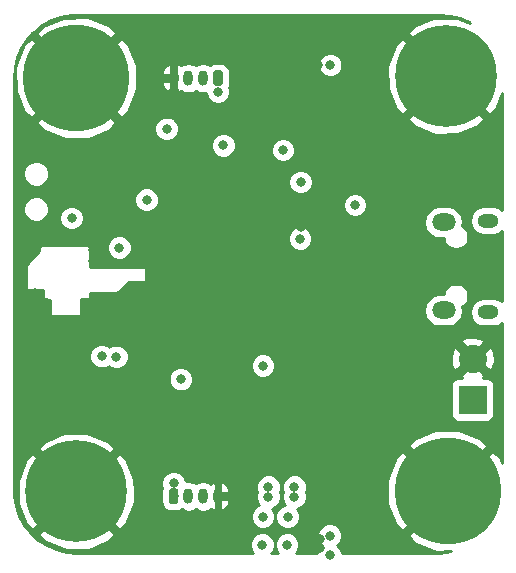
<source format=gbr>
G04 #@! TF.GenerationSoftware,KiCad,Pcbnew,(5.0.1)-4*
G04 #@! TF.CreationDate,2022-09-04T20:15:09+05:45*
G04 #@! TF.ProjectId,STM32_wiith_Buck_Converter,53544D33325F77696974685F4275636B,rev?*
G04 #@! TF.SameCoordinates,Original*
G04 #@! TF.FileFunction,Copper,L2,Inr,Plane*
G04 #@! TF.FilePolarity,Positive*
%FSLAX46Y46*%
G04 Gerber Fmt 4.6, Leading zero omitted, Abs format (unit mm)*
G04 Created by KiCad (PCBNEW (5.0.1)-4) date 04-Sep-22 8:15:09 PM*
%MOMM*%
%LPD*%
G01*
G04 APERTURE LIST*
G04 #@! TA.AperFunction,ViaPad*
%ADD10O,2.000000X1.450000*%
G04 #@! TD*
G04 #@! TA.AperFunction,ViaPad*
%ADD11O,1.800000X1.150000*%
G04 #@! TD*
G04 #@! TA.AperFunction,ViaPad*
%ADD12C,0.900000*%
G04 #@! TD*
G04 #@! TA.AperFunction,ViaPad*
%ADD13C,8.600000*%
G04 #@! TD*
G04 #@! TA.AperFunction,ViaPad*
%ADD14C,9.000000*%
G04 #@! TD*
G04 #@! TA.AperFunction,ViaPad*
%ADD15R,2.400000X2.400000*%
G04 #@! TD*
G04 #@! TA.AperFunction,ViaPad*
%ADD16C,2.400000*%
G04 #@! TD*
G04 #@! TA.AperFunction,Conductor*
%ADD17C,0.100000*%
G04 #@! TD*
G04 #@! TA.AperFunction,ViaPad*
%ADD18C,0.800000*%
G04 #@! TD*
G04 #@! TA.AperFunction,ViaPad*
%ADD19O,0.800000X1.300000*%
G04 #@! TD*
G04 #@! TA.AperFunction,Conductor*
%ADD20C,0.254000*%
G04 #@! TD*
G04 APERTURE END LIST*
D10*
G04 #@! TO.N,Net-(J5-Pad6)*
G04 #@! TO.C,J5*
X144100000Y-71675000D03*
X144100000Y-64225000D03*
D11*
X147900000Y-71825000D03*
X147900000Y-64075000D03*
G04 #@! TD*
D12*
G04 #@! TO.N,GND*
G04 #@! TO.C,H1*
X115280419Y-84719581D03*
X113000000Y-83775000D03*
X110719581Y-84719581D03*
X109775000Y-87000000D03*
X110719581Y-89280419D03*
X113000000Y-90225000D03*
X115280419Y-89280419D03*
X116225000Y-87000000D03*
D13*
X113000000Y-87000000D03*
G04 #@! TD*
D12*
G04 #@! TO.N,GND*
G04 #@! TO.C,H2*
X146580419Y-49569581D03*
X144300000Y-48625000D03*
X142019581Y-49569581D03*
X141075000Y-51850000D03*
X142019581Y-54130419D03*
X144300000Y-55075000D03*
X146580419Y-54130419D03*
X147525000Y-51850000D03*
D13*
X144300000Y-51850000D03*
G04 #@! TD*
D14*
G04 #@! TO.N,GND*
G04 #@! TO.C,H3*
X113000000Y-52000000D03*
D12*
X116375000Y-52000000D03*
X115386485Y-54386485D03*
X113000000Y-55375000D03*
X110613515Y-54386485D03*
X109625000Y-52000000D03*
X110613515Y-49613515D03*
X113000000Y-48625000D03*
X115386485Y-49613515D03*
G04 #@! TD*
G04 #@! TO.N,GND*
G04 #@! TO.C,H4*
X146836485Y-84563515D03*
X144450000Y-83575000D03*
X142063515Y-84563515D03*
X141075000Y-86950000D03*
X142063515Y-89336485D03*
X144450000Y-90325000D03*
X146836485Y-89336485D03*
X147825000Y-86950000D03*
D14*
X144450000Y-86950000D03*
G04 #@! TD*
D15*
G04 #@! TO.N,+12V*
G04 #@! TO.C,J2*
X146550000Y-79250000D03*
D16*
G04 #@! TO.N,GND*
X146550000Y-75750000D03*
G04 #@! TD*
D17*
G04 #@! TO.N,+3V3*
G04 #@! TO.C,J3*
G36*
X121469603Y-86750963D02*
X121489018Y-86753843D01*
X121508057Y-86758612D01*
X121526537Y-86765224D01*
X121544279Y-86773616D01*
X121561114Y-86783706D01*
X121576879Y-86795398D01*
X121591421Y-86808579D01*
X121604602Y-86823121D01*
X121616294Y-86838886D01*
X121626384Y-86855721D01*
X121634776Y-86873463D01*
X121641388Y-86891943D01*
X121646157Y-86910982D01*
X121649037Y-86930397D01*
X121650000Y-86950000D01*
X121650000Y-87850000D01*
X121649037Y-87869603D01*
X121646157Y-87889018D01*
X121641388Y-87908057D01*
X121634776Y-87926537D01*
X121626384Y-87944279D01*
X121616294Y-87961114D01*
X121604602Y-87976879D01*
X121591421Y-87991421D01*
X121576879Y-88004602D01*
X121561114Y-88016294D01*
X121544279Y-88026384D01*
X121526537Y-88034776D01*
X121508057Y-88041388D01*
X121489018Y-88046157D01*
X121469603Y-88049037D01*
X121450000Y-88050000D01*
X121050000Y-88050000D01*
X121030397Y-88049037D01*
X121010982Y-88046157D01*
X120991943Y-88041388D01*
X120973463Y-88034776D01*
X120955721Y-88026384D01*
X120938886Y-88016294D01*
X120923121Y-88004602D01*
X120908579Y-87991421D01*
X120895398Y-87976879D01*
X120883706Y-87961114D01*
X120873616Y-87944279D01*
X120865224Y-87926537D01*
X120858612Y-87908057D01*
X120853843Y-87889018D01*
X120850963Y-87869603D01*
X120850000Y-87850000D01*
X120850000Y-86950000D01*
X120850963Y-86930397D01*
X120853843Y-86910982D01*
X120858612Y-86891943D01*
X120865224Y-86873463D01*
X120873616Y-86855721D01*
X120883706Y-86838886D01*
X120895398Y-86823121D01*
X120908579Y-86808579D01*
X120923121Y-86795398D01*
X120938886Y-86783706D01*
X120955721Y-86773616D01*
X120973463Y-86765224D01*
X120991943Y-86758612D01*
X121010982Y-86753843D01*
X121030397Y-86750963D01*
X121050000Y-86750000D01*
X121450000Y-86750000D01*
X121469603Y-86750963D01*
X121469603Y-86750963D01*
G37*
D18*
X121250000Y-87400000D03*
D19*
G04 #@! TO.N,UART3_TX*
X122500000Y-87400000D03*
G04 #@! TO.N,UART3_RX*
X123750000Y-87400000D03*
G04 #@! TO.N,GND*
X125000000Y-87400000D03*
G04 #@! TD*
G04 #@! TO.N,GND*
G04 #@! TO.C,J4*
X121250000Y-52000000D03*
G04 #@! TO.N,I2C1_SDA*
X122500000Y-52000000D03*
G04 #@! TO.N,I2C1_SCL*
X123750000Y-52000000D03*
D17*
G04 #@! TO.N,+3V3*
G36*
X125219603Y-51350963D02*
X125239018Y-51353843D01*
X125258057Y-51358612D01*
X125276537Y-51365224D01*
X125294279Y-51373616D01*
X125311114Y-51383706D01*
X125326879Y-51395398D01*
X125341421Y-51408579D01*
X125354602Y-51423121D01*
X125366294Y-51438886D01*
X125376384Y-51455721D01*
X125384776Y-51473463D01*
X125391388Y-51491943D01*
X125396157Y-51510982D01*
X125399037Y-51530397D01*
X125400000Y-51550000D01*
X125400000Y-52450000D01*
X125399037Y-52469603D01*
X125396157Y-52489018D01*
X125391388Y-52508057D01*
X125384776Y-52526537D01*
X125376384Y-52544279D01*
X125366294Y-52561114D01*
X125354602Y-52576879D01*
X125341421Y-52591421D01*
X125326879Y-52604602D01*
X125311114Y-52616294D01*
X125294279Y-52626384D01*
X125276537Y-52634776D01*
X125258057Y-52641388D01*
X125239018Y-52646157D01*
X125219603Y-52649037D01*
X125200000Y-52650000D01*
X124800000Y-52650000D01*
X124780397Y-52649037D01*
X124760982Y-52646157D01*
X124741943Y-52641388D01*
X124723463Y-52634776D01*
X124705721Y-52626384D01*
X124688886Y-52616294D01*
X124673121Y-52604602D01*
X124658579Y-52591421D01*
X124645398Y-52576879D01*
X124633706Y-52561114D01*
X124623616Y-52544279D01*
X124615224Y-52526537D01*
X124608612Y-52508057D01*
X124603843Y-52489018D01*
X124600963Y-52469603D01*
X124600000Y-52450000D01*
X124600000Y-51550000D01*
X124600963Y-51530397D01*
X124603843Y-51510982D01*
X124608612Y-51491943D01*
X124615224Y-51473463D01*
X124623616Y-51455721D01*
X124633706Y-51438886D01*
X124645398Y-51423121D01*
X124658579Y-51408579D01*
X124673121Y-51395398D01*
X124688886Y-51383706D01*
X124705721Y-51373616D01*
X124723463Y-51365224D01*
X124741943Y-51358612D01*
X124760982Y-51353843D01*
X124780397Y-51350963D01*
X124800000Y-51350000D01*
X125200000Y-51350000D01*
X125219603Y-51350963D01*
X125219603Y-51350963D01*
G37*
D18*
X125000000Y-52000000D03*
G04 #@! TD*
G04 #@! TO.N,GND*
X121300000Y-53000000D03*
G04 #@! TO.N,+3V3*
X125450000Y-57700000D03*
G04 #@! TO.N,GND*
X130500000Y-50900000D03*
X132500000Y-50900000D03*
X133500000Y-50900000D03*
X132000000Y-64600000D03*
X140100000Y-77100000D03*
X140100000Y-76100000D03*
X144500000Y-74600000D03*
X144500000Y-75400000D03*
X144500000Y-76200000D03*
X144500000Y-77000000D03*
X138100000Y-82600000D03*
X137000000Y-81600000D03*
X134700000Y-89100000D03*
X133700000Y-88800000D03*
X133700000Y-89600000D03*
X133600000Y-91000000D03*
X133600000Y-91800000D03*
X125000000Y-86200000D03*
X112600000Y-78900000D03*
X110400000Y-71400000D03*
X109500000Y-70200000D03*
X113500000Y-61100000D03*
X114700000Y-61100000D03*
X116400000Y-63600000D03*
X112600000Y-58900000D03*
X115100000Y-71400000D03*
X113100000Y-73900000D03*
X113100000Y-74800000D03*
X119400000Y-77500000D03*
X114400000Y-66600000D03*
X114400000Y-67500000D03*
X128500000Y-79100000D03*
X130500000Y-77100000D03*
X141100000Y-62800000D03*
X143100000Y-66500000D03*
X141000000Y-68100000D03*
X120700000Y-61600000D03*
X130500000Y-78300000D03*
X131500000Y-78700000D03*
X131500000Y-79500000D03*
X129300000Y-79100000D03*
X134400000Y-65400000D03*
X138400000Y-87600000D03*
X139300000Y-76100000D03*
X143000000Y-65600000D03*
X142200000Y-65600000D03*
G04 #@! TO.N,+3V3*
X120650000Y-56300000D03*
X118950000Y-62300000D03*
X112600000Y-63850000D03*
X115150000Y-75550000D03*
X121850000Y-77500000D03*
X128800000Y-76350000D03*
X134500000Y-50900000D03*
X125000000Y-53150000D03*
X121250000Y-86300000D03*
X116650000Y-66350000D03*
X116400000Y-75600000D03*
X131950000Y-65600000D03*
X136600000Y-62750000D03*
X129275000Y-87450000D03*
X131475000Y-87450000D03*
X128800000Y-89150000D03*
X130900000Y-89150000D03*
X128750000Y-91500000D03*
X130850000Y-91500000D03*
X134450000Y-92350000D03*
X134450000Y-90750000D03*
X129275000Y-86600000D03*
X131475000Y-86600000D03*
G04 #@! TO.N,NRST*
X132000000Y-60800000D03*
X130500000Y-58100000D03*
G04 #@! TD*
D20*
G04 #@! TO.N,GND*
G36*
X144613608Y-46733397D02*
X145454010Y-46944491D01*
X146248664Y-47290017D01*
X146344154Y-47351792D01*
X145207436Y-46900820D01*
X143244392Y-46930293D01*
X141567669Y-47624814D01*
X141052768Y-48216688D01*
X141538542Y-48702462D01*
X141527856Y-48759658D01*
X142019581Y-49251383D01*
X142053522Y-49217442D01*
X142371720Y-49535640D01*
X142337779Y-49569581D01*
X142829504Y-50061306D01*
X142886700Y-50050620D01*
X144300000Y-51463920D01*
X144314143Y-51449778D01*
X144700223Y-51835858D01*
X144686080Y-51850000D01*
X146099380Y-53263300D01*
X146088694Y-53320496D01*
X146580419Y-53812221D01*
X146614360Y-53778280D01*
X146932558Y-54096478D01*
X146898617Y-54130419D01*
X147390342Y-54622144D01*
X147447538Y-54611458D01*
X147933312Y-55097232D01*
X148525186Y-54582331D01*
X149040000Y-53284694D01*
X149040000Y-63164312D01*
X148697118Y-62935205D01*
X148344173Y-62865000D01*
X147455827Y-62865000D01*
X147102882Y-62935205D01*
X146702639Y-63202639D01*
X146435205Y-63602882D01*
X146341295Y-64075000D01*
X146435205Y-64547118D01*
X146702639Y-64947361D01*
X147102882Y-65214795D01*
X147455827Y-65285000D01*
X148344173Y-65285000D01*
X148697118Y-65214795D01*
X149040000Y-64985688D01*
X149040001Y-70914312D01*
X148697118Y-70685205D01*
X148344173Y-70615000D01*
X147455827Y-70615000D01*
X147102882Y-70685205D01*
X146702639Y-70952639D01*
X146435205Y-71352882D01*
X146341295Y-71825000D01*
X146435205Y-72297118D01*
X146702639Y-72697361D01*
X147102882Y-72964795D01*
X147455827Y-73035000D01*
X148344173Y-73035000D01*
X148697118Y-72964795D01*
X149040001Y-72735688D01*
X149040001Y-84579535D01*
X148840393Y-84097639D01*
X148227722Y-83558358D01*
X147703604Y-84082476D01*
X147646408Y-84071790D01*
X147154683Y-84563515D01*
X147188624Y-84597456D01*
X146870426Y-84915654D01*
X146836485Y-84881713D01*
X146344760Y-85373438D01*
X146355446Y-85430634D01*
X144836080Y-86950000D01*
X144850223Y-86964143D01*
X144464143Y-87350223D01*
X144450000Y-87336080D01*
X142930634Y-88855446D01*
X142873438Y-88844760D01*
X142381713Y-89336485D01*
X142415654Y-89370426D01*
X142097456Y-89688624D01*
X142063515Y-89654683D01*
X141571790Y-90146408D01*
X141582476Y-90203604D01*
X141058358Y-90727722D01*
X141597639Y-91340393D01*
X143494892Y-92097746D01*
X144708183Y-92082097D01*
X144235344Y-92166323D01*
X143733265Y-92190000D01*
X135485000Y-92190000D01*
X135485000Y-92144126D01*
X135327431Y-91763720D01*
X135113711Y-91550000D01*
X135327431Y-91336280D01*
X135485000Y-90955874D01*
X135485000Y-90544126D01*
X135327431Y-90163720D01*
X135036280Y-89872569D01*
X134655874Y-89715000D01*
X134244126Y-89715000D01*
X133863720Y-89872569D01*
X133572569Y-90163720D01*
X133415000Y-90544126D01*
X133415000Y-90955874D01*
X133572569Y-91336280D01*
X133786289Y-91550000D01*
X133572569Y-91763720D01*
X133415000Y-92144126D01*
X133415000Y-92190000D01*
X131623711Y-92190000D01*
X131727431Y-92086280D01*
X131885000Y-91705874D01*
X131885000Y-91294126D01*
X131727431Y-90913720D01*
X131436280Y-90622569D01*
X131055874Y-90465000D01*
X130644126Y-90465000D01*
X130263720Y-90622569D01*
X129972569Y-90913720D01*
X129815000Y-91294126D01*
X129815000Y-91705874D01*
X129972569Y-92086280D01*
X130076289Y-92190000D01*
X129523711Y-92190000D01*
X129627431Y-92086280D01*
X129785000Y-91705874D01*
X129785000Y-91294126D01*
X129627431Y-90913720D01*
X129336280Y-90622569D01*
X128955874Y-90465000D01*
X128544126Y-90465000D01*
X128163720Y-90622569D01*
X127872569Y-90913720D01*
X127715000Y-91294126D01*
X127715000Y-91705874D01*
X127872569Y-92086280D01*
X127976289Y-92190000D01*
X113029142Y-92190000D01*
X112136394Y-92116603D01*
X111295990Y-91905509D01*
X110501336Y-91559983D01*
X109773794Y-91089315D01*
X109272655Y-90633312D01*
X109752768Y-90633312D01*
X110267669Y-91225186D01*
X112092564Y-91949180D01*
X114055608Y-91919707D01*
X115732331Y-91225186D01*
X116247232Y-90633312D01*
X115761458Y-90147538D01*
X115772144Y-90090342D01*
X115280419Y-89598617D01*
X115246478Y-89632558D01*
X114928280Y-89314360D01*
X114962221Y-89280419D01*
X114470496Y-88788694D01*
X114413300Y-88799380D01*
X113000000Y-87386080D01*
X111586700Y-88799380D01*
X111529504Y-88788694D01*
X111037779Y-89280419D01*
X111071720Y-89314360D01*
X110753522Y-89632558D01*
X110719581Y-89598617D01*
X110227856Y-90090342D01*
X110238542Y-90147538D01*
X109752768Y-90633312D01*
X109272655Y-90633312D01*
X109132890Y-90506136D01*
X108595841Y-89826115D01*
X108177068Y-89067507D01*
X107887819Y-88250692D01*
X107733677Y-87385344D01*
X107710000Y-86883265D01*
X107710000Y-86092564D01*
X108050820Y-86092564D01*
X108080293Y-88055608D01*
X108774814Y-89732331D01*
X109366688Y-90247232D01*
X109852462Y-89761458D01*
X109909658Y-89772144D01*
X110401383Y-89280419D01*
X110367442Y-89246478D01*
X110685640Y-88928280D01*
X110719581Y-88962221D01*
X111211306Y-88470496D01*
X111200620Y-88413300D01*
X112613920Y-87000000D01*
X113386080Y-87000000D01*
X114799380Y-88413300D01*
X114788694Y-88470496D01*
X115280419Y-88962221D01*
X115314360Y-88928280D01*
X115632558Y-89246478D01*
X115598617Y-89280419D01*
X116090342Y-89772144D01*
X116147538Y-89761458D01*
X116633312Y-90247232D01*
X117225186Y-89732331D01*
X117537892Y-88944126D01*
X127765000Y-88944126D01*
X127765000Y-89355874D01*
X127922569Y-89736280D01*
X128213720Y-90027431D01*
X128594126Y-90185000D01*
X129005874Y-90185000D01*
X129386280Y-90027431D01*
X129677431Y-89736280D01*
X129835000Y-89355874D01*
X129835000Y-88944126D01*
X129865000Y-88944126D01*
X129865000Y-89355874D01*
X130022569Y-89736280D01*
X130313720Y-90027431D01*
X130694126Y-90185000D01*
X131105874Y-90185000D01*
X131486280Y-90027431D01*
X131777431Y-89736280D01*
X131935000Y-89355874D01*
X131935000Y-88944126D01*
X131777431Y-88563720D01*
X131693487Y-88479776D01*
X132061280Y-88327431D01*
X132352431Y-88036280D01*
X132510000Y-87655874D01*
X132510000Y-87244126D01*
X132419235Y-87025000D01*
X132510000Y-86805874D01*
X132510000Y-86394126D01*
X132352431Y-86013720D01*
X132333603Y-85994892D01*
X139302254Y-85994892D01*
X139328600Y-88037553D01*
X140059607Y-89802361D01*
X140672278Y-90341642D01*
X141196396Y-89817524D01*
X141253592Y-89828210D01*
X141745317Y-89336485D01*
X141711376Y-89302544D01*
X142029574Y-88984346D01*
X142063515Y-89018287D01*
X142555240Y-88526562D01*
X142544554Y-88469366D01*
X144063920Y-86950000D01*
X142544554Y-85430634D01*
X142555240Y-85373438D01*
X142063515Y-84881713D01*
X142029574Y-84915654D01*
X141711376Y-84597456D01*
X141745317Y-84563515D01*
X141253592Y-84071790D01*
X141196396Y-84082476D01*
X140672278Y-83558358D01*
X140059607Y-84097639D01*
X139302254Y-85994892D01*
X132333603Y-85994892D01*
X132061280Y-85722569D01*
X131680874Y-85565000D01*
X131269126Y-85565000D01*
X130888720Y-85722569D01*
X130597569Y-86013720D01*
X130440000Y-86394126D01*
X130440000Y-86805874D01*
X130530765Y-87025000D01*
X130440000Y-87244126D01*
X130440000Y-87655874D01*
X130597569Y-88036280D01*
X130681513Y-88120224D01*
X130313720Y-88272569D01*
X130022569Y-88563720D01*
X129865000Y-88944126D01*
X129835000Y-88944126D01*
X129677431Y-88563720D01*
X129564197Y-88450486D01*
X129861280Y-88327431D01*
X130152431Y-88036280D01*
X130310000Y-87655874D01*
X130310000Y-87244126D01*
X130219235Y-87025000D01*
X130310000Y-86805874D01*
X130310000Y-86394126D01*
X130152431Y-86013720D01*
X129861280Y-85722569D01*
X129480874Y-85565000D01*
X129069126Y-85565000D01*
X128688720Y-85722569D01*
X128397569Y-86013720D01*
X128240000Y-86394126D01*
X128240000Y-86805874D01*
X128330765Y-87025000D01*
X128240000Y-87244126D01*
X128240000Y-87655874D01*
X128397569Y-88036280D01*
X128510803Y-88149514D01*
X128213720Y-88272569D01*
X127922569Y-88563720D01*
X127765000Y-88944126D01*
X117537892Y-88944126D01*
X117949180Y-87907436D01*
X117934806Y-86950000D01*
X120202560Y-86950000D01*
X120202560Y-87850000D01*
X120267068Y-88174301D01*
X120450769Y-88449231D01*
X120725699Y-88632932D01*
X121050000Y-88697440D01*
X121450000Y-88697440D01*
X121774301Y-88632932D01*
X121941208Y-88521409D01*
X122096164Y-88624948D01*
X122500000Y-88705276D01*
X122903837Y-88624948D01*
X123125001Y-88477171D01*
X123346164Y-88624948D01*
X123750000Y-88705276D01*
X124153837Y-88624948D01*
X124385036Y-88470465D01*
X124412034Y-88498396D01*
X124643604Y-88621703D01*
X124800000Y-88503120D01*
X124800000Y-87673000D01*
X125200000Y-87673000D01*
X125200000Y-88503120D01*
X125356396Y-88621703D01*
X125587966Y-88498396D01*
X125867877Y-88208811D01*
X126015662Y-87834152D01*
X125873215Y-87673000D01*
X125200000Y-87673000D01*
X124800000Y-87673000D01*
X124785000Y-87673000D01*
X124785000Y-87127000D01*
X124800000Y-87127000D01*
X124800000Y-86296880D01*
X125200000Y-86296880D01*
X125200000Y-87127000D01*
X125873215Y-87127000D01*
X126015662Y-86965848D01*
X125867877Y-86591189D01*
X125587966Y-86301604D01*
X125356396Y-86178297D01*
X125200000Y-86296880D01*
X124800000Y-86296880D01*
X124643604Y-86178297D01*
X124412034Y-86301604D01*
X124385036Y-86329535D01*
X124153836Y-86175052D01*
X123750000Y-86094724D01*
X123346163Y-86175052D01*
X123125000Y-86322829D01*
X122903836Y-86175052D01*
X122500000Y-86094724D01*
X122285000Y-86137490D01*
X122285000Y-86094126D01*
X122127431Y-85713720D01*
X121836280Y-85422569D01*
X121455874Y-85265000D01*
X121044126Y-85265000D01*
X120663720Y-85422569D01*
X120372569Y-85713720D01*
X120215000Y-86094126D01*
X120215000Y-86505874D01*
X120266278Y-86629670D01*
X120202560Y-86950000D01*
X117934806Y-86950000D01*
X117919707Y-85944392D01*
X117225186Y-84267669D01*
X116633312Y-83752768D01*
X116147538Y-84238542D01*
X116090342Y-84227856D01*
X115598617Y-84719581D01*
X115632558Y-84753522D01*
X115314360Y-85071720D01*
X115280419Y-85037779D01*
X114788694Y-85529504D01*
X114799380Y-85586700D01*
X113386080Y-87000000D01*
X112613920Y-87000000D01*
X111200620Y-85586700D01*
X111211306Y-85529504D01*
X110719581Y-85037779D01*
X110685640Y-85071720D01*
X110367442Y-84753522D01*
X110401383Y-84719581D01*
X109909658Y-84227856D01*
X109852462Y-84238542D01*
X109366688Y-83752768D01*
X108774814Y-84267669D01*
X108050820Y-86092564D01*
X107710000Y-86092564D01*
X107710000Y-83366688D01*
X109752768Y-83366688D01*
X110238542Y-83852462D01*
X110227856Y-83909658D01*
X110719581Y-84401383D01*
X110753522Y-84367442D01*
X111071720Y-84685640D01*
X111037779Y-84719581D01*
X111529504Y-85211306D01*
X111586700Y-85200620D01*
X113000000Y-86613920D01*
X114413300Y-85200620D01*
X114470496Y-85211306D01*
X114962221Y-84719581D01*
X114928280Y-84685640D01*
X115246478Y-84367442D01*
X115280419Y-84401383D01*
X115772144Y-83909658D01*
X115761458Y-83852462D01*
X116247232Y-83366688D01*
X116078105Y-83172278D01*
X141058358Y-83172278D01*
X141582476Y-83696396D01*
X141571790Y-83753592D01*
X142063515Y-84245317D01*
X142097456Y-84211376D01*
X142415654Y-84529574D01*
X142381713Y-84563515D01*
X142873438Y-85055240D01*
X142930634Y-85044554D01*
X144450000Y-86563920D01*
X145969366Y-85044554D01*
X146026562Y-85055240D01*
X146518287Y-84563515D01*
X146484346Y-84529574D01*
X146802544Y-84211376D01*
X146836485Y-84245317D01*
X147328210Y-83753592D01*
X147317524Y-83696396D01*
X147841642Y-83172278D01*
X147302361Y-82559607D01*
X145405108Y-81802254D01*
X143362447Y-81828600D01*
X141597639Y-82559607D01*
X141058358Y-83172278D01*
X116078105Y-83172278D01*
X115732331Y-82774814D01*
X113907436Y-82050820D01*
X111944392Y-82080293D01*
X110267669Y-82774814D01*
X109752768Y-83366688D01*
X107710000Y-83366688D01*
X107710000Y-77294126D01*
X120815000Y-77294126D01*
X120815000Y-77705874D01*
X120972569Y-78086280D01*
X121263720Y-78377431D01*
X121644126Y-78535000D01*
X122055874Y-78535000D01*
X122436280Y-78377431D01*
X122727431Y-78086280D01*
X122742458Y-78050000D01*
X144702560Y-78050000D01*
X144702560Y-80450000D01*
X144751843Y-80697765D01*
X144892191Y-80907809D01*
X145102235Y-81048157D01*
X145350000Y-81097440D01*
X147750000Y-81097440D01*
X147997765Y-81048157D01*
X148207809Y-80907809D01*
X148348157Y-80697765D01*
X148397440Y-80450000D01*
X148397440Y-78050000D01*
X148348157Y-77802235D01*
X148207809Y-77592191D01*
X147997765Y-77451843D01*
X147750000Y-77402560D01*
X147419758Y-77402560D01*
X147552180Y-77138260D01*
X146550000Y-76136080D01*
X145547820Y-77138260D01*
X145680242Y-77402560D01*
X145350000Y-77402560D01*
X145102235Y-77451843D01*
X144892191Y-77592191D01*
X144751843Y-77802235D01*
X144702560Y-78050000D01*
X122742458Y-78050000D01*
X122885000Y-77705874D01*
X122885000Y-77294126D01*
X122727431Y-76913720D01*
X122436280Y-76622569D01*
X122055874Y-76465000D01*
X121644126Y-76465000D01*
X121263720Y-76622569D01*
X120972569Y-76913720D01*
X120815000Y-77294126D01*
X107710000Y-77294126D01*
X107710000Y-75344126D01*
X114115000Y-75344126D01*
X114115000Y-75755874D01*
X114272569Y-76136280D01*
X114563720Y-76427431D01*
X114944126Y-76585000D01*
X115355874Y-76585000D01*
X115736280Y-76427431D01*
X115750000Y-76413711D01*
X115813720Y-76477431D01*
X116194126Y-76635000D01*
X116605874Y-76635000D01*
X116986280Y-76477431D01*
X117277431Y-76186280D01*
X117294891Y-76144126D01*
X127765000Y-76144126D01*
X127765000Y-76555874D01*
X127922569Y-76936280D01*
X128213720Y-77227431D01*
X128594126Y-77385000D01*
X129005874Y-77385000D01*
X129386280Y-77227431D01*
X129677431Y-76936280D01*
X129835000Y-76555874D01*
X129835000Y-76144126D01*
X129677431Y-75763720D01*
X129497078Y-75583367D01*
X144686486Y-75583367D01*
X144764570Y-76309187D01*
X144892105Y-76617085D01*
X145161740Y-76752180D01*
X146163920Y-75750000D01*
X146936080Y-75750000D01*
X147938260Y-76752180D01*
X148207895Y-76617085D01*
X148413514Y-75916633D01*
X148335430Y-75190813D01*
X148207895Y-74882915D01*
X147938260Y-74747820D01*
X146936080Y-75750000D01*
X146163920Y-75750000D01*
X145161740Y-74747820D01*
X144892105Y-74882915D01*
X144686486Y-75583367D01*
X129497078Y-75583367D01*
X129386280Y-75472569D01*
X129005874Y-75315000D01*
X128594126Y-75315000D01*
X128213720Y-75472569D01*
X127922569Y-75763720D01*
X127765000Y-76144126D01*
X117294891Y-76144126D01*
X117435000Y-75805874D01*
X117435000Y-75394126D01*
X117277431Y-75013720D01*
X116986280Y-74722569D01*
X116605874Y-74565000D01*
X116194126Y-74565000D01*
X115813720Y-74722569D01*
X115800000Y-74736289D01*
X115736280Y-74672569D01*
X115355874Y-74515000D01*
X114944126Y-74515000D01*
X114563720Y-74672569D01*
X114272569Y-74963720D01*
X114115000Y-75344126D01*
X107710000Y-75344126D01*
X107710000Y-74361740D01*
X145547820Y-74361740D01*
X146550000Y-75363920D01*
X147552180Y-74361740D01*
X147417085Y-74092105D01*
X146716633Y-73886486D01*
X145990813Y-73964570D01*
X145682915Y-74092105D01*
X145547820Y-74361740D01*
X107710000Y-74361740D01*
X107710000Y-67800000D01*
X108773000Y-67800000D01*
X108773000Y-69800000D01*
X108782667Y-69848601D01*
X108810197Y-69889803D01*
X108851399Y-69917333D01*
X108900000Y-69927000D01*
X110173000Y-69927000D01*
X110173000Y-70600000D01*
X110176274Y-70628650D01*
X110196656Y-70673817D01*
X110232771Y-70707746D01*
X110279121Y-70725272D01*
X110773000Y-70807585D01*
X110773000Y-72000000D01*
X110782667Y-72048601D01*
X110810197Y-72089803D01*
X110851399Y-72117333D01*
X110900000Y-72127000D01*
X113300000Y-72127000D01*
X113348601Y-72117333D01*
X113389803Y-72089803D01*
X113417333Y-72048601D01*
X113427000Y-72000000D01*
X113427000Y-71675000D01*
X142438357Y-71675000D01*
X142543909Y-72205645D01*
X142844495Y-72655505D01*
X143294355Y-72956091D01*
X143691057Y-73035000D01*
X144508943Y-73035000D01*
X144905645Y-72956091D01*
X145355505Y-72655505D01*
X145656091Y-72205645D01*
X145761643Y-71675000D01*
X145693361Y-71331721D01*
X145896193Y-71196193D01*
X146124948Y-70853837D01*
X146205276Y-70450000D01*
X146124948Y-70046163D01*
X145896193Y-69703807D01*
X145553837Y-69475052D01*
X145251935Y-69415000D01*
X145048065Y-69415000D01*
X144746163Y-69475052D01*
X144403807Y-69703807D01*
X144175052Y-70046163D01*
X144121577Y-70315000D01*
X143691057Y-70315000D01*
X143294355Y-70393909D01*
X142844495Y-70694495D01*
X142543909Y-71144355D01*
X142438357Y-71675000D01*
X113427000Y-71675000D01*
X113427000Y-70727000D01*
X114000000Y-70727000D01*
X114048601Y-70717333D01*
X114089803Y-70689803D01*
X114117333Y-70648601D01*
X114127000Y-70600000D01*
X114127000Y-70227000D01*
X116400000Y-70227000D01*
X116448601Y-70217333D01*
X116489803Y-70189803D01*
X117452606Y-69227000D01*
X118800000Y-69227000D01*
X118848601Y-69217333D01*
X118889803Y-69189803D01*
X118917333Y-69148601D01*
X118927000Y-69100000D01*
X118927000Y-68100000D01*
X118917333Y-68051399D01*
X118889803Y-68010197D01*
X118848601Y-67982667D01*
X118800000Y-67973000D01*
X114127000Y-67973000D01*
X114127000Y-66300000D01*
X114117333Y-66251399D01*
X114089803Y-66210197D01*
X114048601Y-66182667D01*
X114000000Y-66173000D01*
X110000000Y-66173000D01*
X109951399Y-66182667D01*
X109910197Y-66210197D01*
X109882667Y-66251399D01*
X109873000Y-66300000D01*
X109873000Y-66647394D01*
X108810197Y-67710197D01*
X108782667Y-67751399D01*
X108773000Y-67800000D01*
X107710000Y-67800000D01*
X107710000Y-66144126D01*
X115615000Y-66144126D01*
X115615000Y-66555874D01*
X115772569Y-66936280D01*
X116063720Y-67227431D01*
X116444126Y-67385000D01*
X116855874Y-67385000D01*
X117236280Y-67227431D01*
X117527431Y-66936280D01*
X117685000Y-66555874D01*
X117685000Y-66144126D01*
X117527431Y-65763720D01*
X117236280Y-65472569D01*
X117046902Y-65394126D01*
X130915000Y-65394126D01*
X130915000Y-65805874D01*
X131072569Y-66186280D01*
X131363720Y-66477431D01*
X131744126Y-66635000D01*
X132155874Y-66635000D01*
X132536280Y-66477431D01*
X132827431Y-66186280D01*
X132985000Y-65805874D01*
X132985000Y-65394126D01*
X132827431Y-65013720D01*
X132536280Y-64722569D01*
X132155874Y-64565000D01*
X131744126Y-64565000D01*
X131363720Y-64722569D01*
X131072569Y-65013720D01*
X130915000Y-65394126D01*
X117046902Y-65394126D01*
X116855874Y-65315000D01*
X116444126Y-65315000D01*
X116063720Y-65472569D01*
X115772569Y-65763720D01*
X115615000Y-66144126D01*
X107710000Y-66144126D01*
X107710000Y-62884180D01*
X108515000Y-62884180D01*
X108515000Y-63315820D01*
X108680182Y-63714603D01*
X108985397Y-64019818D01*
X109384180Y-64185000D01*
X109815820Y-64185000D01*
X110214603Y-64019818D01*
X110519818Y-63714603D01*
X110549010Y-63644126D01*
X111565000Y-63644126D01*
X111565000Y-64055874D01*
X111722569Y-64436280D01*
X112013720Y-64727431D01*
X112394126Y-64885000D01*
X112805874Y-64885000D01*
X113186280Y-64727431D01*
X113477431Y-64436280D01*
X113564945Y-64225000D01*
X142438357Y-64225000D01*
X142543909Y-64755645D01*
X142844495Y-65205505D01*
X143294355Y-65506091D01*
X143691057Y-65585000D01*
X144121577Y-65585000D01*
X144175052Y-65853837D01*
X144403807Y-66196193D01*
X144746163Y-66424948D01*
X145048065Y-66485000D01*
X145251935Y-66485000D01*
X145553837Y-66424948D01*
X145896193Y-66196193D01*
X146124948Y-65853837D01*
X146205276Y-65450000D01*
X146124948Y-65046163D01*
X145896193Y-64703807D01*
X145693361Y-64568279D01*
X145761643Y-64225000D01*
X145656091Y-63694355D01*
X145355505Y-63244495D01*
X144905645Y-62943909D01*
X144508943Y-62865000D01*
X143691057Y-62865000D01*
X143294355Y-62943909D01*
X142844495Y-63244495D01*
X142543909Y-63694355D01*
X142438357Y-64225000D01*
X113564945Y-64225000D01*
X113635000Y-64055874D01*
X113635000Y-63644126D01*
X113477431Y-63263720D01*
X113186280Y-62972569D01*
X112805874Y-62815000D01*
X112394126Y-62815000D01*
X112013720Y-62972569D01*
X111722569Y-63263720D01*
X111565000Y-63644126D01*
X110549010Y-63644126D01*
X110685000Y-63315820D01*
X110685000Y-62884180D01*
X110519818Y-62485397D01*
X110214603Y-62180182D01*
X110006847Y-62094126D01*
X117915000Y-62094126D01*
X117915000Y-62505874D01*
X118072569Y-62886280D01*
X118363720Y-63177431D01*
X118744126Y-63335000D01*
X119155874Y-63335000D01*
X119536280Y-63177431D01*
X119827431Y-62886280D01*
X119969155Y-62544126D01*
X135565000Y-62544126D01*
X135565000Y-62955874D01*
X135722569Y-63336280D01*
X136013720Y-63627431D01*
X136394126Y-63785000D01*
X136805874Y-63785000D01*
X137186280Y-63627431D01*
X137477431Y-63336280D01*
X137635000Y-62955874D01*
X137635000Y-62544126D01*
X137477431Y-62163720D01*
X137186280Y-61872569D01*
X136805874Y-61715000D01*
X136394126Y-61715000D01*
X136013720Y-61872569D01*
X135722569Y-62163720D01*
X135565000Y-62544126D01*
X119969155Y-62544126D01*
X119985000Y-62505874D01*
X119985000Y-62094126D01*
X119827431Y-61713720D01*
X119536280Y-61422569D01*
X119155874Y-61265000D01*
X118744126Y-61265000D01*
X118363720Y-61422569D01*
X118072569Y-61713720D01*
X117915000Y-62094126D01*
X110006847Y-62094126D01*
X109815820Y-62015000D01*
X109384180Y-62015000D01*
X108985397Y-62180182D01*
X108680182Y-62485397D01*
X108515000Y-62884180D01*
X107710000Y-62884180D01*
X107710000Y-59884180D01*
X108515000Y-59884180D01*
X108515000Y-60315820D01*
X108680182Y-60714603D01*
X108985397Y-61019818D01*
X109384180Y-61185000D01*
X109815820Y-61185000D01*
X110214603Y-61019818D01*
X110519818Y-60714603D01*
X110569721Y-60594126D01*
X130965000Y-60594126D01*
X130965000Y-61005874D01*
X131122569Y-61386280D01*
X131413720Y-61677431D01*
X131794126Y-61835000D01*
X132205874Y-61835000D01*
X132586280Y-61677431D01*
X132877431Y-61386280D01*
X133035000Y-61005874D01*
X133035000Y-60594126D01*
X132877431Y-60213720D01*
X132586280Y-59922569D01*
X132205874Y-59765000D01*
X131794126Y-59765000D01*
X131413720Y-59922569D01*
X131122569Y-60213720D01*
X130965000Y-60594126D01*
X110569721Y-60594126D01*
X110685000Y-60315820D01*
X110685000Y-59884180D01*
X110519818Y-59485397D01*
X110214603Y-59180182D01*
X109815820Y-59015000D01*
X109384180Y-59015000D01*
X108985397Y-59180182D01*
X108680182Y-59485397D01*
X108515000Y-59884180D01*
X107710000Y-59884180D01*
X107710000Y-57494126D01*
X124415000Y-57494126D01*
X124415000Y-57905874D01*
X124572569Y-58286280D01*
X124863720Y-58577431D01*
X125244126Y-58735000D01*
X125655874Y-58735000D01*
X126036280Y-58577431D01*
X126327431Y-58286280D01*
X126485000Y-57905874D01*
X126485000Y-57894126D01*
X129465000Y-57894126D01*
X129465000Y-58305874D01*
X129622569Y-58686280D01*
X129913720Y-58977431D01*
X130294126Y-59135000D01*
X130705874Y-59135000D01*
X131086280Y-58977431D01*
X131377431Y-58686280D01*
X131535000Y-58305874D01*
X131535000Y-57894126D01*
X131377431Y-57513720D01*
X131086280Y-57222569D01*
X130705874Y-57065000D01*
X130294126Y-57065000D01*
X129913720Y-57222569D01*
X129622569Y-57513720D01*
X129465000Y-57894126D01*
X126485000Y-57894126D01*
X126485000Y-57494126D01*
X126327431Y-57113720D01*
X126036280Y-56822569D01*
X125655874Y-56665000D01*
X125244126Y-56665000D01*
X124863720Y-56822569D01*
X124572569Y-57113720D01*
X124415000Y-57494126D01*
X107710000Y-57494126D01*
X107710000Y-55777722D01*
X109608358Y-55777722D01*
X110147639Y-56390393D01*
X112044892Y-57147746D01*
X114087553Y-57121400D01*
X115852361Y-56390393D01*
X116113139Y-56094126D01*
X119615000Y-56094126D01*
X119615000Y-56505874D01*
X119772569Y-56886280D01*
X120063720Y-57177431D01*
X120444126Y-57335000D01*
X120855874Y-57335000D01*
X121236280Y-57177431D01*
X121527431Y-56886280D01*
X121685000Y-56505874D01*
X121685000Y-56094126D01*
X121527431Y-55713720D01*
X121297023Y-55483312D01*
X141052768Y-55483312D01*
X141567669Y-56075186D01*
X143392564Y-56799180D01*
X145355608Y-56769707D01*
X147032331Y-56075186D01*
X147547232Y-55483312D01*
X147061458Y-54997538D01*
X147072144Y-54940342D01*
X146580419Y-54448617D01*
X146546478Y-54482558D01*
X146228280Y-54164360D01*
X146262221Y-54130419D01*
X145770496Y-53638694D01*
X145713300Y-53649380D01*
X144300000Y-52236080D01*
X142886700Y-53649380D01*
X142829504Y-53638694D01*
X142337779Y-54130419D01*
X142371720Y-54164360D01*
X142053522Y-54482558D01*
X142019581Y-54448617D01*
X141527856Y-54940342D01*
X141538542Y-54997538D01*
X141052768Y-55483312D01*
X121297023Y-55483312D01*
X121236280Y-55422569D01*
X120855874Y-55265000D01*
X120444126Y-55265000D01*
X120063720Y-55422569D01*
X119772569Y-55713720D01*
X119615000Y-56094126D01*
X116113139Y-56094126D01*
X116391642Y-55777722D01*
X115867524Y-55253604D01*
X115878210Y-55196408D01*
X115386485Y-54704683D01*
X115352544Y-54738624D01*
X115034346Y-54420426D01*
X115068287Y-54386485D01*
X114576562Y-53894760D01*
X114519366Y-53905446D01*
X113000000Y-52386080D01*
X111480634Y-53905446D01*
X111423438Y-53894760D01*
X110931713Y-54386485D01*
X110965654Y-54420426D01*
X110647456Y-54738624D01*
X110613515Y-54704683D01*
X110121790Y-55196408D01*
X110132476Y-55253604D01*
X109608358Y-55777722D01*
X107710000Y-55777722D01*
X107710000Y-51969010D01*
X107782575Y-51086258D01*
X107792965Y-51044892D01*
X107852254Y-51044892D01*
X107878600Y-53087553D01*
X108609607Y-54852361D01*
X109222278Y-55391642D01*
X109746396Y-54867524D01*
X109803592Y-54878210D01*
X110295317Y-54386485D01*
X110261376Y-54352544D01*
X110579574Y-54034346D01*
X110613515Y-54068287D01*
X111105240Y-53576562D01*
X111094554Y-53519366D01*
X112613920Y-52000000D01*
X113386080Y-52000000D01*
X114905446Y-53519366D01*
X114894760Y-53576562D01*
X115386485Y-54068287D01*
X115420426Y-54034346D01*
X115738624Y-54352544D01*
X115704683Y-54386485D01*
X116196408Y-54878210D01*
X116253604Y-54867524D01*
X116777722Y-55391642D01*
X117390393Y-54852361D01*
X118147746Y-52955108D01*
X118141027Y-52434152D01*
X120234338Y-52434152D01*
X120382123Y-52808811D01*
X120662034Y-53098396D01*
X120893604Y-53221703D01*
X121050000Y-53103120D01*
X121050000Y-52273000D01*
X120376785Y-52273000D01*
X120234338Y-52434152D01*
X118141027Y-52434152D01*
X118129828Y-51565848D01*
X120234338Y-51565848D01*
X120376785Y-51727000D01*
X121050000Y-51727000D01*
X121050000Y-50896880D01*
X121450000Y-50896880D01*
X121450000Y-51727000D01*
X121465000Y-51727000D01*
X121465000Y-52273000D01*
X121450000Y-52273000D01*
X121450000Y-53103120D01*
X121606396Y-53221703D01*
X121837966Y-53098396D01*
X121864964Y-53070465D01*
X122096163Y-53224948D01*
X122500000Y-53305276D01*
X122903836Y-53224948D01*
X123125000Y-53077171D01*
X123346163Y-53224948D01*
X123750000Y-53305276D01*
X123965000Y-53262510D01*
X123965000Y-53355874D01*
X124122569Y-53736280D01*
X124413720Y-54027431D01*
X124794126Y-54185000D01*
X125205874Y-54185000D01*
X125586280Y-54027431D01*
X125877431Y-53736280D01*
X126035000Y-53355874D01*
X126035000Y-52944126D01*
X125971650Y-52791186D01*
X125982932Y-52774301D01*
X126047440Y-52450000D01*
X126047440Y-51550000D01*
X125982932Y-51225699D01*
X125799231Y-50950769D01*
X125524301Y-50767068D01*
X125200000Y-50702560D01*
X124800000Y-50702560D01*
X124475699Y-50767068D01*
X124308793Y-50878590D01*
X124153837Y-50775052D01*
X123750000Y-50694724D01*
X123346164Y-50775052D01*
X123125001Y-50922829D01*
X122903837Y-50775052D01*
X122500000Y-50694724D01*
X122096164Y-50775052D01*
X121864964Y-50929535D01*
X121837966Y-50901604D01*
X121606396Y-50778297D01*
X121450000Y-50896880D01*
X121050000Y-50896880D01*
X120893604Y-50778297D01*
X120662034Y-50901604D01*
X120382123Y-51191189D01*
X120234338Y-51565848D01*
X118129828Y-51565848D01*
X118121400Y-50912447D01*
X118030969Y-50694126D01*
X133465000Y-50694126D01*
X133465000Y-51105874D01*
X133622569Y-51486280D01*
X133913720Y-51777431D01*
X134294126Y-51935000D01*
X134705874Y-51935000D01*
X135086280Y-51777431D01*
X135377431Y-51486280D01*
X135535000Y-51105874D01*
X135535000Y-50942564D01*
X139350820Y-50942564D01*
X139380293Y-52905608D01*
X140074814Y-54582331D01*
X140666688Y-55097232D01*
X141152462Y-54611458D01*
X141209658Y-54622144D01*
X141701383Y-54130419D01*
X141667442Y-54096478D01*
X141985640Y-53778280D01*
X142019581Y-53812221D01*
X142511306Y-53320496D01*
X142500620Y-53263300D01*
X143913920Y-51850000D01*
X142500620Y-50436700D01*
X142511306Y-50379504D01*
X142019581Y-49887779D01*
X141985640Y-49921720D01*
X141667442Y-49603522D01*
X141701383Y-49569581D01*
X141209658Y-49077856D01*
X141152462Y-49088542D01*
X140666688Y-48602768D01*
X140074814Y-49117669D01*
X139350820Y-50942564D01*
X135535000Y-50942564D01*
X135535000Y-50694126D01*
X135377431Y-50313720D01*
X135086280Y-50022569D01*
X134705874Y-49865000D01*
X134294126Y-49865000D01*
X133913720Y-50022569D01*
X133622569Y-50313720D01*
X133465000Y-50694126D01*
X118030969Y-50694126D01*
X117390393Y-49147639D01*
X116777722Y-48608358D01*
X116253604Y-49132476D01*
X116196408Y-49121790D01*
X115704683Y-49613515D01*
X115738624Y-49647456D01*
X115420426Y-49965654D01*
X115386485Y-49931713D01*
X114894760Y-50423438D01*
X114905446Y-50480634D01*
X113386080Y-52000000D01*
X112613920Y-52000000D01*
X111094554Y-50480634D01*
X111105240Y-50423438D01*
X110613515Y-49931713D01*
X110579574Y-49965654D01*
X110261376Y-49647456D01*
X110295317Y-49613515D01*
X109803592Y-49121790D01*
X109746396Y-49132476D01*
X109222278Y-48608358D01*
X108609607Y-49147639D01*
X107852254Y-51044892D01*
X107792965Y-51044892D01*
X107993704Y-50245720D01*
X108339283Y-49450943D01*
X108810025Y-48723286D01*
X109265908Y-48222278D01*
X109608358Y-48222278D01*
X110132476Y-48746396D01*
X110121790Y-48803592D01*
X110613515Y-49295317D01*
X110647456Y-49261376D01*
X110965654Y-49579574D01*
X110931713Y-49613515D01*
X111423438Y-50105240D01*
X111480634Y-50094554D01*
X113000000Y-51613920D01*
X114519366Y-50094554D01*
X114576562Y-50105240D01*
X115068287Y-49613515D01*
X115034346Y-49579574D01*
X115352544Y-49261376D01*
X115386485Y-49295317D01*
X115878210Y-48803592D01*
X115867524Y-48746396D01*
X116391642Y-48222278D01*
X115852361Y-47609607D01*
X113955108Y-46852254D01*
X111912447Y-46878600D01*
X110147639Y-47609607D01*
X109608358Y-48222278D01*
X109265908Y-48222278D01*
X109393296Y-48082281D01*
X110073420Y-47545151D01*
X110832152Y-47126308D01*
X111649093Y-46837014D01*
X112517505Y-46682327D01*
X112919684Y-46660000D01*
X143720858Y-46660000D01*
X144613608Y-46733397D01*
X144613608Y-46733397D01*
G37*
X144613608Y-46733397D02*
X145454010Y-46944491D01*
X146248664Y-47290017D01*
X146344154Y-47351792D01*
X145207436Y-46900820D01*
X143244392Y-46930293D01*
X141567669Y-47624814D01*
X141052768Y-48216688D01*
X141538542Y-48702462D01*
X141527856Y-48759658D01*
X142019581Y-49251383D01*
X142053522Y-49217442D01*
X142371720Y-49535640D01*
X142337779Y-49569581D01*
X142829504Y-50061306D01*
X142886700Y-50050620D01*
X144300000Y-51463920D01*
X144314143Y-51449778D01*
X144700223Y-51835858D01*
X144686080Y-51850000D01*
X146099380Y-53263300D01*
X146088694Y-53320496D01*
X146580419Y-53812221D01*
X146614360Y-53778280D01*
X146932558Y-54096478D01*
X146898617Y-54130419D01*
X147390342Y-54622144D01*
X147447538Y-54611458D01*
X147933312Y-55097232D01*
X148525186Y-54582331D01*
X149040000Y-53284694D01*
X149040000Y-63164312D01*
X148697118Y-62935205D01*
X148344173Y-62865000D01*
X147455827Y-62865000D01*
X147102882Y-62935205D01*
X146702639Y-63202639D01*
X146435205Y-63602882D01*
X146341295Y-64075000D01*
X146435205Y-64547118D01*
X146702639Y-64947361D01*
X147102882Y-65214795D01*
X147455827Y-65285000D01*
X148344173Y-65285000D01*
X148697118Y-65214795D01*
X149040000Y-64985688D01*
X149040001Y-70914312D01*
X148697118Y-70685205D01*
X148344173Y-70615000D01*
X147455827Y-70615000D01*
X147102882Y-70685205D01*
X146702639Y-70952639D01*
X146435205Y-71352882D01*
X146341295Y-71825000D01*
X146435205Y-72297118D01*
X146702639Y-72697361D01*
X147102882Y-72964795D01*
X147455827Y-73035000D01*
X148344173Y-73035000D01*
X148697118Y-72964795D01*
X149040001Y-72735688D01*
X149040001Y-84579535D01*
X148840393Y-84097639D01*
X148227722Y-83558358D01*
X147703604Y-84082476D01*
X147646408Y-84071790D01*
X147154683Y-84563515D01*
X147188624Y-84597456D01*
X146870426Y-84915654D01*
X146836485Y-84881713D01*
X146344760Y-85373438D01*
X146355446Y-85430634D01*
X144836080Y-86950000D01*
X144850223Y-86964143D01*
X144464143Y-87350223D01*
X144450000Y-87336080D01*
X142930634Y-88855446D01*
X142873438Y-88844760D01*
X142381713Y-89336485D01*
X142415654Y-89370426D01*
X142097456Y-89688624D01*
X142063515Y-89654683D01*
X141571790Y-90146408D01*
X141582476Y-90203604D01*
X141058358Y-90727722D01*
X141597639Y-91340393D01*
X143494892Y-92097746D01*
X144708183Y-92082097D01*
X144235344Y-92166323D01*
X143733265Y-92190000D01*
X135485000Y-92190000D01*
X135485000Y-92144126D01*
X135327431Y-91763720D01*
X135113711Y-91550000D01*
X135327431Y-91336280D01*
X135485000Y-90955874D01*
X135485000Y-90544126D01*
X135327431Y-90163720D01*
X135036280Y-89872569D01*
X134655874Y-89715000D01*
X134244126Y-89715000D01*
X133863720Y-89872569D01*
X133572569Y-90163720D01*
X133415000Y-90544126D01*
X133415000Y-90955874D01*
X133572569Y-91336280D01*
X133786289Y-91550000D01*
X133572569Y-91763720D01*
X133415000Y-92144126D01*
X133415000Y-92190000D01*
X131623711Y-92190000D01*
X131727431Y-92086280D01*
X131885000Y-91705874D01*
X131885000Y-91294126D01*
X131727431Y-90913720D01*
X131436280Y-90622569D01*
X131055874Y-90465000D01*
X130644126Y-90465000D01*
X130263720Y-90622569D01*
X129972569Y-90913720D01*
X129815000Y-91294126D01*
X129815000Y-91705874D01*
X129972569Y-92086280D01*
X130076289Y-92190000D01*
X129523711Y-92190000D01*
X129627431Y-92086280D01*
X129785000Y-91705874D01*
X129785000Y-91294126D01*
X129627431Y-90913720D01*
X129336280Y-90622569D01*
X128955874Y-90465000D01*
X128544126Y-90465000D01*
X128163720Y-90622569D01*
X127872569Y-90913720D01*
X127715000Y-91294126D01*
X127715000Y-91705874D01*
X127872569Y-92086280D01*
X127976289Y-92190000D01*
X113029142Y-92190000D01*
X112136394Y-92116603D01*
X111295990Y-91905509D01*
X110501336Y-91559983D01*
X109773794Y-91089315D01*
X109272655Y-90633312D01*
X109752768Y-90633312D01*
X110267669Y-91225186D01*
X112092564Y-91949180D01*
X114055608Y-91919707D01*
X115732331Y-91225186D01*
X116247232Y-90633312D01*
X115761458Y-90147538D01*
X115772144Y-90090342D01*
X115280419Y-89598617D01*
X115246478Y-89632558D01*
X114928280Y-89314360D01*
X114962221Y-89280419D01*
X114470496Y-88788694D01*
X114413300Y-88799380D01*
X113000000Y-87386080D01*
X111586700Y-88799380D01*
X111529504Y-88788694D01*
X111037779Y-89280419D01*
X111071720Y-89314360D01*
X110753522Y-89632558D01*
X110719581Y-89598617D01*
X110227856Y-90090342D01*
X110238542Y-90147538D01*
X109752768Y-90633312D01*
X109272655Y-90633312D01*
X109132890Y-90506136D01*
X108595841Y-89826115D01*
X108177068Y-89067507D01*
X107887819Y-88250692D01*
X107733677Y-87385344D01*
X107710000Y-86883265D01*
X107710000Y-86092564D01*
X108050820Y-86092564D01*
X108080293Y-88055608D01*
X108774814Y-89732331D01*
X109366688Y-90247232D01*
X109852462Y-89761458D01*
X109909658Y-89772144D01*
X110401383Y-89280419D01*
X110367442Y-89246478D01*
X110685640Y-88928280D01*
X110719581Y-88962221D01*
X111211306Y-88470496D01*
X111200620Y-88413300D01*
X112613920Y-87000000D01*
X113386080Y-87000000D01*
X114799380Y-88413300D01*
X114788694Y-88470496D01*
X115280419Y-88962221D01*
X115314360Y-88928280D01*
X115632558Y-89246478D01*
X115598617Y-89280419D01*
X116090342Y-89772144D01*
X116147538Y-89761458D01*
X116633312Y-90247232D01*
X117225186Y-89732331D01*
X117537892Y-88944126D01*
X127765000Y-88944126D01*
X127765000Y-89355874D01*
X127922569Y-89736280D01*
X128213720Y-90027431D01*
X128594126Y-90185000D01*
X129005874Y-90185000D01*
X129386280Y-90027431D01*
X129677431Y-89736280D01*
X129835000Y-89355874D01*
X129835000Y-88944126D01*
X129865000Y-88944126D01*
X129865000Y-89355874D01*
X130022569Y-89736280D01*
X130313720Y-90027431D01*
X130694126Y-90185000D01*
X131105874Y-90185000D01*
X131486280Y-90027431D01*
X131777431Y-89736280D01*
X131935000Y-89355874D01*
X131935000Y-88944126D01*
X131777431Y-88563720D01*
X131693487Y-88479776D01*
X132061280Y-88327431D01*
X132352431Y-88036280D01*
X132510000Y-87655874D01*
X132510000Y-87244126D01*
X132419235Y-87025000D01*
X132510000Y-86805874D01*
X132510000Y-86394126D01*
X132352431Y-86013720D01*
X132333603Y-85994892D01*
X139302254Y-85994892D01*
X139328600Y-88037553D01*
X140059607Y-89802361D01*
X140672278Y-90341642D01*
X141196396Y-89817524D01*
X141253592Y-89828210D01*
X141745317Y-89336485D01*
X141711376Y-89302544D01*
X142029574Y-88984346D01*
X142063515Y-89018287D01*
X142555240Y-88526562D01*
X142544554Y-88469366D01*
X144063920Y-86950000D01*
X142544554Y-85430634D01*
X142555240Y-85373438D01*
X142063515Y-84881713D01*
X142029574Y-84915654D01*
X141711376Y-84597456D01*
X141745317Y-84563515D01*
X141253592Y-84071790D01*
X141196396Y-84082476D01*
X140672278Y-83558358D01*
X140059607Y-84097639D01*
X139302254Y-85994892D01*
X132333603Y-85994892D01*
X132061280Y-85722569D01*
X131680874Y-85565000D01*
X131269126Y-85565000D01*
X130888720Y-85722569D01*
X130597569Y-86013720D01*
X130440000Y-86394126D01*
X130440000Y-86805874D01*
X130530765Y-87025000D01*
X130440000Y-87244126D01*
X130440000Y-87655874D01*
X130597569Y-88036280D01*
X130681513Y-88120224D01*
X130313720Y-88272569D01*
X130022569Y-88563720D01*
X129865000Y-88944126D01*
X129835000Y-88944126D01*
X129677431Y-88563720D01*
X129564197Y-88450486D01*
X129861280Y-88327431D01*
X130152431Y-88036280D01*
X130310000Y-87655874D01*
X130310000Y-87244126D01*
X130219235Y-87025000D01*
X130310000Y-86805874D01*
X130310000Y-86394126D01*
X130152431Y-86013720D01*
X129861280Y-85722569D01*
X129480874Y-85565000D01*
X129069126Y-85565000D01*
X128688720Y-85722569D01*
X128397569Y-86013720D01*
X128240000Y-86394126D01*
X128240000Y-86805874D01*
X128330765Y-87025000D01*
X128240000Y-87244126D01*
X128240000Y-87655874D01*
X128397569Y-88036280D01*
X128510803Y-88149514D01*
X128213720Y-88272569D01*
X127922569Y-88563720D01*
X127765000Y-88944126D01*
X117537892Y-88944126D01*
X117949180Y-87907436D01*
X117934806Y-86950000D01*
X120202560Y-86950000D01*
X120202560Y-87850000D01*
X120267068Y-88174301D01*
X120450769Y-88449231D01*
X120725699Y-88632932D01*
X121050000Y-88697440D01*
X121450000Y-88697440D01*
X121774301Y-88632932D01*
X121941208Y-88521409D01*
X122096164Y-88624948D01*
X122500000Y-88705276D01*
X122903837Y-88624948D01*
X123125001Y-88477171D01*
X123346164Y-88624948D01*
X123750000Y-88705276D01*
X124153837Y-88624948D01*
X124385036Y-88470465D01*
X124412034Y-88498396D01*
X124643604Y-88621703D01*
X124800000Y-88503120D01*
X124800000Y-87673000D01*
X125200000Y-87673000D01*
X125200000Y-88503120D01*
X125356396Y-88621703D01*
X125587966Y-88498396D01*
X125867877Y-88208811D01*
X126015662Y-87834152D01*
X125873215Y-87673000D01*
X125200000Y-87673000D01*
X124800000Y-87673000D01*
X124785000Y-87673000D01*
X124785000Y-87127000D01*
X124800000Y-87127000D01*
X124800000Y-86296880D01*
X125200000Y-86296880D01*
X125200000Y-87127000D01*
X125873215Y-87127000D01*
X126015662Y-86965848D01*
X125867877Y-86591189D01*
X125587966Y-86301604D01*
X125356396Y-86178297D01*
X125200000Y-86296880D01*
X124800000Y-86296880D01*
X124643604Y-86178297D01*
X124412034Y-86301604D01*
X124385036Y-86329535D01*
X124153836Y-86175052D01*
X123750000Y-86094724D01*
X123346163Y-86175052D01*
X123125000Y-86322829D01*
X122903836Y-86175052D01*
X122500000Y-86094724D01*
X122285000Y-86137490D01*
X122285000Y-86094126D01*
X122127431Y-85713720D01*
X121836280Y-85422569D01*
X121455874Y-85265000D01*
X121044126Y-85265000D01*
X120663720Y-85422569D01*
X120372569Y-85713720D01*
X120215000Y-86094126D01*
X120215000Y-86505874D01*
X120266278Y-86629670D01*
X120202560Y-86950000D01*
X117934806Y-86950000D01*
X117919707Y-85944392D01*
X117225186Y-84267669D01*
X116633312Y-83752768D01*
X116147538Y-84238542D01*
X116090342Y-84227856D01*
X115598617Y-84719581D01*
X115632558Y-84753522D01*
X115314360Y-85071720D01*
X115280419Y-85037779D01*
X114788694Y-85529504D01*
X114799380Y-85586700D01*
X113386080Y-87000000D01*
X112613920Y-87000000D01*
X111200620Y-85586700D01*
X111211306Y-85529504D01*
X110719581Y-85037779D01*
X110685640Y-85071720D01*
X110367442Y-84753522D01*
X110401383Y-84719581D01*
X109909658Y-84227856D01*
X109852462Y-84238542D01*
X109366688Y-83752768D01*
X108774814Y-84267669D01*
X108050820Y-86092564D01*
X107710000Y-86092564D01*
X107710000Y-83366688D01*
X109752768Y-83366688D01*
X110238542Y-83852462D01*
X110227856Y-83909658D01*
X110719581Y-84401383D01*
X110753522Y-84367442D01*
X111071720Y-84685640D01*
X111037779Y-84719581D01*
X111529504Y-85211306D01*
X111586700Y-85200620D01*
X113000000Y-86613920D01*
X114413300Y-85200620D01*
X114470496Y-85211306D01*
X114962221Y-84719581D01*
X114928280Y-84685640D01*
X115246478Y-84367442D01*
X115280419Y-84401383D01*
X115772144Y-83909658D01*
X115761458Y-83852462D01*
X116247232Y-83366688D01*
X116078105Y-83172278D01*
X141058358Y-83172278D01*
X141582476Y-83696396D01*
X141571790Y-83753592D01*
X142063515Y-84245317D01*
X142097456Y-84211376D01*
X142415654Y-84529574D01*
X142381713Y-84563515D01*
X142873438Y-85055240D01*
X142930634Y-85044554D01*
X144450000Y-86563920D01*
X145969366Y-85044554D01*
X146026562Y-85055240D01*
X146518287Y-84563515D01*
X146484346Y-84529574D01*
X146802544Y-84211376D01*
X146836485Y-84245317D01*
X147328210Y-83753592D01*
X147317524Y-83696396D01*
X147841642Y-83172278D01*
X147302361Y-82559607D01*
X145405108Y-81802254D01*
X143362447Y-81828600D01*
X141597639Y-82559607D01*
X141058358Y-83172278D01*
X116078105Y-83172278D01*
X115732331Y-82774814D01*
X113907436Y-82050820D01*
X111944392Y-82080293D01*
X110267669Y-82774814D01*
X109752768Y-83366688D01*
X107710000Y-83366688D01*
X107710000Y-77294126D01*
X120815000Y-77294126D01*
X120815000Y-77705874D01*
X120972569Y-78086280D01*
X121263720Y-78377431D01*
X121644126Y-78535000D01*
X122055874Y-78535000D01*
X122436280Y-78377431D01*
X122727431Y-78086280D01*
X122742458Y-78050000D01*
X144702560Y-78050000D01*
X144702560Y-80450000D01*
X144751843Y-80697765D01*
X144892191Y-80907809D01*
X145102235Y-81048157D01*
X145350000Y-81097440D01*
X147750000Y-81097440D01*
X147997765Y-81048157D01*
X148207809Y-80907809D01*
X148348157Y-80697765D01*
X148397440Y-80450000D01*
X148397440Y-78050000D01*
X148348157Y-77802235D01*
X148207809Y-77592191D01*
X147997765Y-77451843D01*
X147750000Y-77402560D01*
X147419758Y-77402560D01*
X147552180Y-77138260D01*
X146550000Y-76136080D01*
X145547820Y-77138260D01*
X145680242Y-77402560D01*
X145350000Y-77402560D01*
X145102235Y-77451843D01*
X144892191Y-77592191D01*
X144751843Y-77802235D01*
X144702560Y-78050000D01*
X122742458Y-78050000D01*
X122885000Y-77705874D01*
X122885000Y-77294126D01*
X122727431Y-76913720D01*
X122436280Y-76622569D01*
X122055874Y-76465000D01*
X121644126Y-76465000D01*
X121263720Y-76622569D01*
X120972569Y-76913720D01*
X120815000Y-77294126D01*
X107710000Y-77294126D01*
X107710000Y-75344126D01*
X114115000Y-75344126D01*
X114115000Y-75755874D01*
X114272569Y-76136280D01*
X114563720Y-76427431D01*
X114944126Y-76585000D01*
X115355874Y-76585000D01*
X115736280Y-76427431D01*
X115750000Y-76413711D01*
X115813720Y-76477431D01*
X116194126Y-76635000D01*
X116605874Y-76635000D01*
X116986280Y-76477431D01*
X117277431Y-76186280D01*
X117294891Y-76144126D01*
X127765000Y-76144126D01*
X127765000Y-76555874D01*
X127922569Y-76936280D01*
X128213720Y-77227431D01*
X128594126Y-77385000D01*
X129005874Y-77385000D01*
X129386280Y-77227431D01*
X129677431Y-76936280D01*
X129835000Y-76555874D01*
X129835000Y-76144126D01*
X129677431Y-75763720D01*
X129497078Y-75583367D01*
X144686486Y-75583367D01*
X144764570Y-76309187D01*
X144892105Y-76617085D01*
X145161740Y-76752180D01*
X146163920Y-75750000D01*
X146936080Y-75750000D01*
X147938260Y-76752180D01*
X148207895Y-76617085D01*
X148413514Y-75916633D01*
X148335430Y-75190813D01*
X148207895Y-74882915D01*
X147938260Y-74747820D01*
X146936080Y-75750000D01*
X146163920Y-75750000D01*
X145161740Y-74747820D01*
X144892105Y-74882915D01*
X144686486Y-75583367D01*
X129497078Y-75583367D01*
X129386280Y-75472569D01*
X129005874Y-75315000D01*
X128594126Y-75315000D01*
X128213720Y-75472569D01*
X127922569Y-75763720D01*
X127765000Y-76144126D01*
X117294891Y-76144126D01*
X117435000Y-75805874D01*
X117435000Y-75394126D01*
X117277431Y-75013720D01*
X116986280Y-74722569D01*
X116605874Y-74565000D01*
X116194126Y-74565000D01*
X115813720Y-74722569D01*
X115800000Y-74736289D01*
X115736280Y-74672569D01*
X115355874Y-74515000D01*
X114944126Y-74515000D01*
X114563720Y-74672569D01*
X114272569Y-74963720D01*
X114115000Y-75344126D01*
X107710000Y-75344126D01*
X107710000Y-74361740D01*
X145547820Y-74361740D01*
X146550000Y-75363920D01*
X147552180Y-74361740D01*
X147417085Y-74092105D01*
X146716633Y-73886486D01*
X145990813Y-73964570D01*
X145682915Y-74092105D01*
X145547820Y-74361740D01*
X107710000Y-74361740D01*
X107710000Y-67800000D01*
X108773000Y-67800000D01*
X108773000Y-69800000D01*
X108782667Y-69848601D01*
X108810197Y-69889803D01*
X108851399Y-69917333D01*
X108900000Y-69927000D01*
X110173000Y-69927000D01*
X110173000Y-70600000D01*
X110176274Y-70628650D01*
X110196656Y-70673817D01*
X110232771Y-70707746D01*
X110279121Y-70725272D01*
X110773000Y-70807585D01*
X110773000Y-72000000D01*
X110782667Y-72048601D01*
X110810197Y-72089803D01*
X110851399Y-72117333D01*
X110900000Y-72127000D01*
X113300000Y-72127000D01*
X113348601Y-72117333D01*
X113389803Y-72089803D01*
X113417333Y-72048601D01*
X113427000Y-72000000D01*
X113427000Y-71675000D01*
X142438357Y-71675000D01*
X142543909Y-72205645D01*
X142844495Y-72655505D01*
X143294355Y-72956091D01*
X143691057Y-73035000D01*
X144508943Y-73035000D01*
X144905645Y-72956091D01*
X145355505Y-72655505D01*
X145656091Y-72205645D01*
X145761643Y-71675000D01*
X145693361Y-71331721D01*
X145896193Y-71196193D01*
X146124948Y-70853837D01*
X146205276Y-70450000D01*
X146124948Y-70046163D01*
X145896193Y-69703807D01*
X145553837Y-69475052D01*
X145251935Y-69415000D01*
X145048065Y-69415000D01*
X144746163Y-69475052D01*
X144403807Y-69703807D01*
X144175052Y-70046163D01*
X144121577Y-70315000D01*
X143691057Y-70315000D01*
X143294355Y-70393909D01*
X142844495Y-70694495D01*
X142543909Y-71144355D01*
X142438357Y-71675000D01*
X113427000Y-71675000D01*
X113427000Y-70727000D01*
X114000000Y-70727000D01*
X114048601Y-70717333D01*
X114089803Y-70689803D01*
X114117333Y-70648601D01*
X114127000Y-70600000D01*
X114127000Y-70227000D01*
X116400000Y-70227000D01*
X116448601Y-70217333D01*
X116489803Y-70189803D01*
X117452606Y-69227000D01*
X118800000Y-69227000D01*
X118848601Y-69217333D01*
X118889803Y-69189803D01*
X118917333Y-69148601D01*
X118927000Y-69100000D01*
X118927000Y-68100000D01*
X118917333Y-68051399D01*
X118889803Y-68010197D01*
X118848601Y-67982667D01*
X118800000Y-67973000D01*
X114127000Y-67973000D01*
X114127000Y-66300000D01*
X114117333Y-66251399D01*
X114089803Y-66210197D01*
X114048601Y-66182667D01*
X114000000Y-66173000D01*
X110000000Y-66173000D01*
X109951399Y-66182667D01*
X109910197Y-66210197D01*
X109882667Y-66251399D01*
X109873000Y-66300000D01*
X109873000Y-66647394D01*
X108810197Y-67710197D01*
X108782667Y-67751399D01*
X108773000Y-67800000D01*
X107710000Y-67800000D01*
X107710000Y-66144126D01*
X115615000Y-66144126D01*
X115615000Y-66555874D01*
X115772569Y-66936280D01*
X116063720Y-67227431D01*
X116444126Y-67385000D01*
X116855874Y-67385000D01*
X117236280Y-67227431D01*
X117527431Y-66936280D01*
X117685000Y-66555874D01*
X117685000Y-66144126D01*
X117527431Y-65763720D01*
X117236280Y-65472569D01*
X117046902Y-65394126D01*
X130915000Y-65394126D01*
X130915000Y-65805874D01*
X131072569Y-66186280D01*
X131363720Y-66477431D01*
X131744126Y-66635000D01*
X132155874Y-66635000D01*
X132536280Y-66477431D01*
X132827431Y-66186280D01*
X132985000Y-65805874D01*
X132985000Y-65394126D01*
X132827431Y-65013720D01*
X132536280Y-64722569D01*
X132155874Y-64565000D01*
X131744126Y-64565000D01*
X131363720Y-64722569D01*
X131072569Y-65013720D01*
X130915000Y-65394126D01*
X117046902Y-65394126D01*
X116855874Y-65315000D01*
X116444126Y-65315000D01*
X116063720Y-65472569D01*
X115772569Y-65763720D01*
X115615000Y-66144126D01*
X107710000Y-66144126D01*
X107710000Y-62884180D01*
X108515000Y-62884180D01*
X108515000Y-63315820D01*
X108680182Y-63714603D01*
X108985397Y-64019818D01*
X109384180Y-64185000D01*
X109815820Y-64185000D01*
X110214603Y-64019818D01*
X110519818Y-63714603D01*
X110549010Y-63644126D01*
X111565000Y-63644126D01*
X111565000Y-64055874D01*
X111722569Y-64436280D01*
X112013720Y-64727431D01*
X112394126Y-64885000D01*
X112805874Y-64885000D01*
X113186280Y-64727431D01*
X113477431Y-64436280D01*
X113564945Y-64225000D01*
X142438357Y-64225000D01*
X142543909Y-64755645D01*
X142844495Y-65205505D01*
X143294355Y-65506091D01*
X143691057Y-65585000D01*
X144121577Y-65585000D01*
X144175052Y-65853837D01*
X144403807Y-66196193D01*
X144746163Y-66424948D01*
X145048065Y-66485000D01*
X145251935Y-66485000D01*
X145553837Y-66424948D01*
X145896193Y-66196193D01*
X146124948Y-65853837D01*
X146205276Y-65450000D01*
X146124948Y-65046163D01*
X145896193Y-64703807D01*
X145693361Y-64568279D01*
X145761643Y-64225000D01*
X145656091Y-63694355D01*
X145355505Y-63244495D01*
X144905645Y-62943909D01*
X144508943Y-62865000D01*
X143691057Y-62865000D01*
X143294355Y-62943909D01*
X142844495Y-63244495D01*
X142543909Y-63694355D01*
X142438357Y-64225000D01*
X113564945Y-64225000D01*
X113635000Y-64055874D01*
X113635000Y-63644126D01*
X113477431Y-63263720D01*
X113186280Y-62972569D01*
X112805874Y-62815000D01*
X112394126Y-62815000D01*
X112013720Y-62972569D01*
X111722569Y-63263720D01*
X111565000Y-63644126D01*
X110549010Y-63644126D01*
X110685000Y-63315820D01*
X110685000Y-62884180D01*
X110519818Y-62485397D01*
X110214603Y-62180182D01*
X110006847Y-62094126D01*
X117915000Y-62094126D01*
X117915000Y-62505874D01*
X118072569Y-62886280D01*
X118363720Y-63177431D01*
X118744126Y-63335000D01*
X119155874Y-63335000D01*
X119536280Y-63177431D01*
X119827431Y-62886280D01*
X119969155Y-62544126D01*
X135565000Y-62544126D01*
X135565000Y-62955874D01*
X135722569Y-63336280D01*
X136013720Y-63627431D01*
X136394126Y-63785000D01*
X136805874Y-63785000D01*
X137186280Y-63627431D01*
X137477431Y-63336280D01*
X137635000Y-62955874D01*
X137635000Y-62544126D01*
X137477431Y-62163720D01*
X137186280Y-61872569D01*
X136805874Y-61715000D01*
X136394126Y-61715000D01*
X136013720Y-61872569D01*
X135722569Y-62163720D01*
X135565000Y-62544126D01*
X119969155Y-62544126D01*
X119985000Y-62505874D01*
X119985000Y-62094126D01*
X119827431Y-61713720D01*
X119536280Y-61422569D01*
X119155874Y-61265000D01*
X118744126Y-61265000D01*
X118363720Y-61422569D01*
X118072569Y-61713720D01*
X117915000Y-62094126D01*
X110006847Y-62094126D01*
X109815820Y-62015000D01*
X109384180Y-62015000D01*
X108985397Y-62180182D01*
X108680182Y-62485397D01*
X108515000Y-62884180D01*
X107710000Y-62884180D01*
X107710000Y-59884180D01*
X108515000Y-59884180D01*
X108515000Y-60315820D01*
X108680182Y-60714603D01*
X108985397Y-61019818D01*
X109384180Y-61185000D01*
X109815820Y-61185000D01*
X110214603Y-61019818D01*
X110519818Y-60714603D01*
X110569721Y-60594126D01*
X130965000Y-60594126D01*
X130965000Y-61005874D01*
X131122569Y-61386280D01*
X131413720Y-61677431D01*
X131794126Y-61835000D01*
X132205874Y-61835000D01*
X132586280Y-61677431D01*
X132877431Y-61386280D01*
X133035000Y-61005874D01*
X133035000Y-60594126D01*
X132877431Y-60213720D01*
X132586280Y-59922569D01*
X132205874Y-59765000D01*
X131794126Y-59765000D01*
X131413720Y-59922569D01*
X131122569Y-60213720D01*
X130965000Y-60594126D01*
X110569721Y-60594126D01*
X110685000Y-60315820D01*
X110685000Y-59884180D01*
X110519818Y-59485397D01*
X110214603Y-59180182D01*
X109815820Y-59015000D01*
X109384180Y-59015000D01*
X108985397Y-59180182D01*
X108680182Y-59485397D01*
X108515000Y-59884180D01*
X107710000Y-59884180D01*
X107710000Y-57494126D01*
X124415000Y-57494126D01*
X124415000Y-57905874D01*
X124572569Y-58286280D01*
X124863720Y-58577431D01*
X125244126Y-58735000D01*
X125655874Y-58735000D01*
X126036280Y-58577431D01*
X126327431Y-58286280D01*
X126485000Y-57905874D01*
X126485000Y-57894126D01*
X129465000Y-57894126D01*
X129465000Y-58305874D01*
X129622569Y-58686280D01*
X129913720Y-58977431D01*
X130294126Y-59135000D01*
X130705874Y-59135000D01*
X131086280Y-58977431D01*
X131377431Y-58686280D01*
X131535000Y-58305874D01*
X131535000Y-57894126D01*
X131377431Y-57513720D01*
X131086280Y-57222569D01*
X130705874Y-57065000D01*
X130294126Y-57065000D01*
X129913720Y-57222569D01*
X129622569Y-57513720D01*
X129465000Y-57894126D01*
X126485000Y-57894126D01*
X126485000Y-57494126D01*
X126327431Y-57113720D01*
X126036280Y-56822569D01*
X125655874Y-56665000D01*
X125244126Y-56665000D01*
X124863720Y-56822569D01*
X124572569Y-57113720D01*
X124415000Y-57494126D01*
X107710000Y-57494126D01*
X107710000Y-55777722D01*
X109608358Y-55777722D01*
X110147639Y-56390393D01*
X112044892Y-57147746D01*
X114087553Y-57121400D01*
X115852361Y-56390393D01*
X116113139Y-56094126D01*
X119615000Y-56094126D01*
X119615000Y-56505874D01*
X119772569Y-56886280D01*
X120063720Y-57177431D01*
X120444126Y-57335000D01*
X120855874Y-57335000D01*
X121236280Y-57177431D01*
X121527431Y-56886280D01*
X121685000Y-56505874D01*
X121685000Y-56094126D01*
X121527431Y-55713720D01*
X121297023Y-55483312D01*
X141052768Y-55483312D01*
X141567669Y-56075186D01*
X143392564Y-56799180D01*
X145355608Y-56769707D01*
X147032331Y-56075186D01*
X147547232Y-55483312D01*
X147061458Y-54997538D01*
X147072144Y-54940342D01*
X146580419Y-54448617D01*
X146546478Y-54482558D01*
X146228280Y-54164360D01*
X146262221Y-54130419D01*
X145770496Y-53638694D01*
X145713300Y-53649380D01*
X144300000Y-52236080D01*
X142886700Y-53649380D01*
X142829504Y-53638694D01*
X142337779Y-54130419D01*
X142371720Y-54164360D01*
X142053522Y-54482558D01*
X142019581Y-54448617D01*
X141527856Y-54940342D01*
X141538542Y-54997538D01*
X141052768Y-55483312D01*
X121297023Y-55483312D01*
X121236280Y-55422569D01*
X120855874Y-55265000D01*
X120444126Y-55265000D01*
X120063720Y-55422569D01*
X119772569Y-55713720D01*
X119615000Y-56094126D01*
X116113139Y-56094126D01*
X116391642Y-55777722D01*
X115867524Y-55253604D01*
X115878210Y-55196408D01*
X115386485Y-54704683D01*
X115352544Y-54738624D01*
X115034346Y-54420426D01*
X115068287Y-54386485D01*
X114576562Y-53894760D01*
X114519366Y-53905446D01*
X113000000Y-52386080D01*
X111480634Y-53905446D01*
X111423438Y-53894760D01*
X110931713Y-54386485D01*
X110965654Y-54420426D01*
X110647456Y-54738624D01*
X110613515Y-54704683D01*
X110121790Y-55196408D01*
X110132476Y-55253604D01*
X109608358Y-55777722D01*
X107710000Y-55777722D01*
X107710000Y-51969010D01*
X107782575Y-51086258D01*
X107792965Y-51044892D01*
X107852254Y-51044892D01*
X107878600Y-53087553D01*
X108609607Y-54852361D01*
X109222278Y-55391642D01*
X109746396Y-54867524D01*
X109803592Y-54878210D01*
X110295317Y-54386485D01*
X110261376Y-54352544D01*
X110579574Y-54034346D01*
X110613515Y-54068287D01*
X111105240Y-53576562D01*
X111094554Y-53519366D01*
X112613920Y-52000000D01*
X113386080Y-52000000D01*
X114905446Y-53519366D01*
X114894760Y-53576562D01*
X115386485Y-54068287D01*
X115420426Y-54034346D01*
X115738624Y-54352544D01*
X115704683Y-54386485D01*
X116196408Y-54878210D01*
X116253604Y-54867524D01*
X116777722Y-55391642D01*
X117390393Y-54852361D01*
X118147746Y-52955108D01*
X118141027Y-52434152D01*
X120234338Y-52434152D01*
X120382123Y-52808811D01*
X120662034Y-53098396D01*
X120893604Y-53221703D01*
X121050000Y-53103120D01*
X121050000Y-52273000D01*
X120376785Y-52273000D01*
X120234338Y-52434152D01*
X118141027Y-52434152D01*
X118129828Y-51565848D01*
X120234338Y-51565848D01*
X120376785Y-51727000D01*
X121050000Y-51727000D01*
X121050000Y-50896880D01*
X121450000Y-50896880D01*
X121450000Y-51727000D01*
X121465000Y-51727000D01*
X121465000Y-52273000D01*
X121450000Y-52273000D01*
X121450000Y-53103120D01*
X121606396Y-53221703D01*
X121837966Y-53098396D01*
X121864964Y-53070465D01*
X122096163Y-53224948D01*
X122500000Y-53305276D01*
X122903836Y-53224948D01*
X123125000Y-53077171D01*
X123346163Y-53224948D01*
X123750000Y-53305276D01*
X123965000Y-53262510D01*
X123965000Y-53355874D01*
X124122569Y-53736280D01*
X124413720Y-54027431D01*
X124794126Y-54185000D01*
X125205874Y-54185000D01*
X125586280Y-54027431D01*
X125877431Y-53736280D01*
X126035000Y-53355874D01*
X126035000Y-52944126D01*
X125971650Y-52791186D01*
X125982932Y-52774301D01*
X126047440Y-52450000D01*
X126047440Y-51550000D01*
X125982932Y-51225699D01*
X125799231Y-50950769D01*
X125524301Y-50767068D01*
X125200000Y-50702560D01*
X124800000Y-50702560D01*
X124475699Y-50767068D01*
X124308793Y-50878590D01*
X124153837Y-50775052D01*
X123750000Y-50694724D01*
X123346164Y-50775052D01*
X123125001Y-50922829D01*
X122903837Y-50775052D01*
X122500000Y-50694724D01*
X122096164Y-50775052D01*
X121864964Y-50929535D01*
X121837966Y-50901604D01*
X121606396Y-50778297D01*
X121450000Y-50896880D01*
X121050000Y-50896880D01*
X120893604Y-50778297D01*
X120662034Y-50901604D01*
X120382123Y-51191189D01*
X120234338Y-51565848D01*
X118129828Y-51565848D01*
X118121400Y-50912447D01*
X118030969Y-50694126D01*
X133465000Y-50694126D01*
X133465000Y-51105874D01*
X133622569Y-51486280D01*
X133913720Y-51777431D01*
X134294126Y-51935000D01*
X134705874Y-51935000D01*
X135086280Y-51777431D01*
X135377431Y-51486280D01*
X135535000Y-51105874D01*
X135535000Y-50942564D01*
X139350820Y-50942564D01*
X139380293Y-52905608D01*
X140074814Y-54582331D01*
X140666688Y-55097232D01*
X141152462Y-54611458D01*
X141209658Y-54622144D01*
X141701383Y-54130419D01*
X141667442Y-54096478D01*
X141985640Y-53778280D01*
X142019581Y-53812221D01*
X142511306Y-53320496D01*
X142500620Y-53263300D01*
X143913920Y-51850000D01*
X142500620Y-50436700D01*
X142511306Y-50379504D01*
X142019581Y-49887779D01*
X141985640Y-49921720D01*
X141667442Y-49603522D01*
X141701383Y-49569581D01*
X141209658Y-49077856D01*
X141152462Y-49088542D01*
X140666688Y-48602768D01*
X140074814Y-49117669D01*
X139350820Y-50942564D01*
X135535000Y-50942564D01*
X135535000Y-50694126D01*
X135377431Y-50313720D01*
X135086280Y-50022569D01*
X134705874Y-49865000D01*
X134294126Y-49865000D01*
X133913720Y-50022569D01*
X133622569Y-50313720D01*
X133465000Y-50694126D01*
X118030969Y-50694126D01*
X117390393Y-49147639D01*
X116777722Y-48608358D01*
X116253604Y-49132476D01*
X116196408Y-49121790D01*
X115704683Y-49613515D01*
X115738624Y-49647456D01*
X115420426Y-49965654D01*
X115386485Y-49931713D01*
X114894760Y-50423438D01*
X114905446Y-50480634D01*
X113386080Y-52000000D01*
X112613920Y-52000000D01*
X111094554Y-50480634D01*
X111105240Y-50423438D01*
X110613515Y-49931713D01*
X110579574Y-49965654D01*
X110261376Y-49647456D01*
X110295317Y-49613515D01*
X109803592Y-49121790D01*
X109746396Y-49132476D01*
X109222278Y-48608358D01*
X108609607Y-49147639D01*
X107852254Y-51044892D01*
X107792965Y-51044892D01*
X107993704Y-50245720D01*
X108339283Y-49450943D01*
X108810025Y-48723286D01*
X109265908Y-48222278D01*
X109608358Y-48222278D01*
X110132476Y-48746396D01*
X110121790Y-48803592D01*
X110613515Y-49295317D01*
X110647456Y-49261376D01*
X110965654Y-49579574D01*
X110931713Y-49613515D01*
X111423438Y-50105240D01*
X111480634Y-50094554D01*
X113000000Y-51613920D01*
X114519366Y-50094554D01*
X114576562Y-50105240D01*
X115068287Y-49613515D01*
X115034346Y-49579574D01*
X115352544Y-49261376D01*
X115386485Y-49295317D01*
X115878210Y-48803592D01*
X115867524Y-48746396D01*
X116391642Y-48222278D01*
X115852361Y-47609607D01*
X113955108Y-46852254D01*
X111912447Y-46878600D01*
X110147639Y-47609607D01*
X109608358Y-48222278D01*
X109265908Y-48222278D01*
X109393296Y-48082281D01*
X110073420Y-47545151D01*
X110832152Y-47126308D01*
X111649093Y-46837014D01*
X112517505Y-46682327D01*
X112919684Y-46660000D01*
X143720858Y-46660000D01*
X144613608Y-46733397D01*
G04 #@! TD*
M02*

</source>
